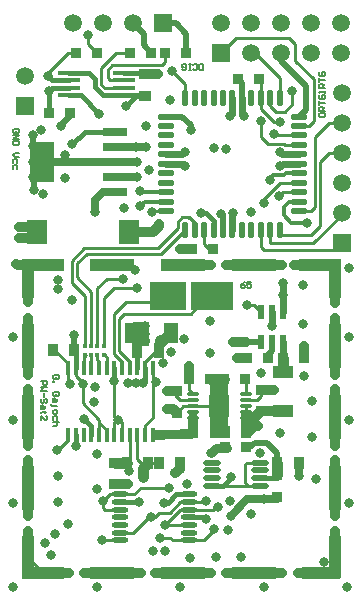
<source format=gtl>
G04 Layer_Physical_Order=1*
G04 Layer_Color=255*
%FSLAX24Y24*%
%MOIN*%
G70*
G01*
G75*
%ADD10R,0.0354X0.0354*%
%ADD11R,0.0453X0.0709*%
%ADD12R,0.0374X0.0394*%
%ADD13O,0.0591X0.0177*%
%ADD14R,0.0354X0.0354*%
%ADD15R,0.0177X0.0177*%
%ADD16R,0.0118X0.0177*%
%ADD17O,0.0157X0.0472*%
%ADD18O,0.0217X0.0571*%
%ADD19O,0.0571X0.0217*%
%ADD20O,0.0768X0.0157*%
%ADD21O,0.0551X0.0177*%
%ADD22R,0.0661X0.0740*%
%ADD23O,0.0433X0.0120*%
%ADD24R,0.0846X0.0276*%
%ADD25R,0.0846X0.1358*%
%ADD26R,0.0709X0.0787*%
%ADD27R,0.0394X0.0374*%
%ADD28R,0.0669X0.0433*%
%ADD29R,0.0244X0.0480*%
%ADD30R,0.0394X0.1496*%
%ADD31R,0.1406X0.0394*%
%ADD32R,0.0394X0.1406*%
%ADD33R,0.0394X0.1276*%
%ADD34R,0.1276X0.0394*%
%ADD35R,0.1496X0.0394*%
%ADD36C,0.0100*%
%ADD37C,0.0200*%
%ADD38C,0.0150*%
%ADD39C,0.0320*%
%ADD40C,0.0120*%
%ADD41C,0.0270*%
%ADD42C,0.0220*%
%ADD43C,0.0250*%
%ADD44C,0.0300*%
%ADD45C,0.0110*%
%ADD46C,0.0160*%
%ADD47C,0.0170*%
%ADD48C,0.0180*%
%ADD49C,0.0350*%
%ADD50C,0.0240*%
%ADD51C,0.0060*%
%ADD52R,0.0410X0.0320*%
%ADD53R,0.0340X0.0130*%
%ADD54R,0.1232X0.0930*%
%ADD55R,0.1443X0.0933*%
%ADD56R,0.0297X0.0250*%
%ADD57R,0.0645X0.0469*%
%ADD58R,0.0570X0.0790*%
%ADD59R,0.0591X0.0591*%
%ADD60C,0.0591*%
%ADD61R,0.0591X0.0591*%
%ADD62C,0.0320*%
D10*
X17638Y27087D02*
D03*
X18346D02*
D03*
X17913Y14803D02*
D03*
X17205D02*
D03*
X16102Y21417D02*
D03*
X16811D02*
D03*
X12954Y27950D02*
D03*
X12246D02*
D03*
X15906Y27953D02*
D03*
X15197D02*
D03*
X12048Y25952D02*
D03*
X11339D02*
D03*
X14754Y27950D02*
D03*
X14046D02*
D03*
X17180Y17087D02*
D03*
X17889D02*
D03*
X16708D02*
D03*
X15999D02*
D03*
X19843Y17795D02*
D03*
X19134D02*
D03*
X17953D02*
D03*
X18661D02*
D03*
D11*
X15413Y18622D02*
D03*
X14114D02*
D03*
D12*
X19666Y14289D02*
D03*
X18957D02*
D03*
X11464Y18040D02*
D03*
X12173D02*
D03*
X17220Y15315D02*
D03*
X17928D02*
D03*
X16865D02*
D03*
X16157D02*
D03*
X14646Y14291D02*
D03*
X13937D02*
D03*
X15000Y17992D02*
D03*
X14291D02*
D03*
X15709Y14291D02*
D03*
X15000D02*
D03*
D13*
X16784Y14293D02*
D03*
Y14037D02*
D03*
Y13781D02*
D03*
Y13525D02*
D03*
X18379Y14293D02*
D03*
Y14037D02*
D03*
Y13781D02*
D03*
Y13525D02*
D03*
D14*
X18952Y13165D02*
D03*
Y13873D02*
D03*
X15608Y15965D02*
D03*
Y16673D02*
D03*
X18401Y16022D02*
D03*
Y16730D02*
D03*
D15*
X12539Y18200D02*
D03*
X13169D02*
D03*
Y17875D02*
D03*
X12539D02*
D03*
D16*
X12949Y18200D02*
D03*
X12759D02*
D03*
Y17875D02*
D03*
X12949D02*
D03*
D17*
X14806Y17452D02*
D03*
X14550D02*
D03*
X14294D02*
D03*
X14039D02*
D03*
X13783D02*
D03*
X13527D02*
D03*
X13271D02*
D03*
X13015D02*
D03*
X12759D02*
D03*
X12503D02*
D03*
X12247D02*
D03*
X11991D02*
D03*
X14806Y15207D02*
D03*
X14550D02*
D03*
X14294D02*
D03*
X14039D02*
D03*
X13783D02*
D03*
X13527D02*
D03*
X13271D02*
D03*
X13015D02*
D03*
X12759D02*
D03*
X12503D02*
D03*
X12247D02*
D03*
X11991D02*
D03*
D18*
X15887Y22053D02*
D03*
X16202D02*
D03*
X16517D02*
D03*
X16832D02*
D03*
X17147D02*
D03*
X17462D02*
D03*
X17777D02*
D03*
X18092D02*
D03*
X18407D02*
D03*
X18722D02*
D03*
X19037D02*
D03*
Y26463D02*
D03*
X18722D02*
D03*
X18407D02*
D03*
X18092D02*
D03*
X17777D02*
D03*
X17462D02*
D03*
X17147D02*
D03*
X16832D02*
D03*
X16517D02*
D03*
X16202D02*
D03*
X15887D02*
D03*
D19*
X19666Y22683D02*
D03*
Y22998D02*
D03*
Y23313D02*
D03*
Y23628D02*
D03*
Y23943D02*
D03*
Y24258D02*
D03*
Y24573D02*
D03*
Y24888D02*
D03*
Y25203D02*
D03*
Y25518D02*
D03*
Y25833D02*
D03*
X15257D02*
D03*
Y25518D02*
D03*
Y25203D02*
D03*
Y24888D02*
D03*
Y24573D02*
D03*
Y24258D02*
D03*
Y23943D02*
D03*
Y23628D02*
D03*
Y23313D02*
D03*
Y22998D02*
D03*
Y22683D02*
D03*
D20*
X13841Y26544D02*
D03*
Y26794D02*
D03*
Y27044D02*
D03*
Y27294D02*
D03*
X12010Y26544D02*
D03*
Y26794D02*
D03*
Y27044D02*
D03*
Y27294D02*
D03*
D21*
X13698Y13238D02*
D03*
Y12982D02*
D03*
Y12726D02*
D03*
Y12470D02*
D03*
Y12215D02*
D03*
Y11959D02*
D03*
Y11703D02*
D03*
X16021Y13238D02*
D03*
Y12982D02*
D03*
Y12726D02*
D03*
Y12470D02*
D03*
Y12215D02*
D03*
Y11959D02*
D03*
Y11703D02*
D03*
D22*
X17018Y16179D02*
D03*
D23*
X16132Y16573D02*
D03*
Y16376D02*
D03*
Y16179D02*
D03*
Y15982D02*
D03*
Y15785D02*
D03*
X17904Y16573D02*
D03*
Y16376D02*
D03*
Y16179D02*
D03*
Y15982D02*
D03*
Y15785D02*
D03*
D24*
X13546Y23311D02*
D03*
Y23813D02*
D03*
Y24315D02*
D03*
Y24827D02*
D03*
Y25329D02*
D03*
D25*
X11105Y24335D02*
D03*
D26*
X10955Y21978D02*
D03*
X14026D02*
D03*
D27*
X14536Y26531D02*
D03*
Y27239D02*
D03*
X13543Y14291D02*
D03*
Y13583D02*
D03*
D28*
X19134Y17303D02*
D03*
Y16004D02*
D03*
D29*
X18406Y18303D02*
D03*
Y19335D02*
D03*
X18780D02*
D03*
Y18303D02*
D03*
X19154Y19335D02*
D03*
Y18303D02*
D03*
D30*
X10630Y13453D02*
D03*
Y15815D02*
D03*
Y18177D02*
D03*
X20870D02*
D03*
Y15815D02*
D03*
Y13453D02*
D03*
D31*
X11136Y10630D02*
D03*
Y20870D02*
D03*
X20364D02*
D03*
D32*
X10630Y11136D02*
D03*
X20870D02*
D03*
D33*
X10630Y20429D02*
D03*
X20870D02*
D03*
D34*
X20429Y10630D02*
D03*
D35*
X18177D02*
D03*
X15815D02*
D03*
X13453D02*
D03*
Y20870D02*
D03*
X15815D02*
D03*
X18177D02*
D03*
D36*
X19550Y27699D02*
X20170Y27079D01*
Y25690D02*
Y27079D01*
X19998Y25518D02*
X20170Y25690D01*
X19666Y25518D02*
X19998D01*
X20200Y25145D02*
X20669Y25614D01*
X20200Y22816D02*
Y25145D01*
X13015Y15633D02*
Y15735D01*
X12480Y16270D02*
X13015Y15735D01*
X12480Y16270D02*
Y16949D01*
X11991Y15055D02*
Y15207D01*
X11610Y14673D02*
X11991Y15055D01*
X11610Y14673D02*
Y14710D01*
X19450Y26250D02*
Y26700D01*
X19200Y26000D02*
X19450Y26250D01*
X18900Y26000D02*
X19200D01*
X18722Y26178D02*
X18900Y26000D01*
X18722Y26178D02*
Y26463D01*
X18063Y27937D02*
X18205D01*
X19037Y27105D01*
X19550Y27699D02*
Y28250D01*
X15450Y27350D02*
X15887Y26913D01*
Y26463D02*
Y26913D01*
X12650Y28254D02*
Y28550D01*
Y28254D02*
X12954Y27950D01*
X11985D02*
X12246D01*
X11326Y27290D02*
X11985Y27950D01*
X13091Y26899D02*
Y27450D01*
X13591Y27950D02*
X14046D01*
X13091Y27450D02*
X13591Y27950D01*
X15197Y27647D02*
Y27953D01*
X15109Y27559D02*
X15197Y27647D01*
X13460Y27559D02*
X15109D01*
X20669Y25614D02*
X21102D01*
X20669Y24614D02*
X21102D01*
Y22559D02*
Y22614D01*
X20148Y21604D02*
X21102Y22559D01*
X20380Y22191D02*
Y24325D01*
X20089Y21900D02*
X20380Y22191D01*
X19055Y21900D02*
X20089D01*
X19037Y26463D02*
Y27105D01*
X18903Y25229D02*
X19640D01*
X18858Y25274D02*
X18903Y25229D01*
X18653Y24929D02*
X19175D01*
X18425Y25157D02*
X18653Y24929D01*
X18858Y25236D02*
Y25274D01*
X18425Y25157D02*
Y25669D01*
X19217Y24888D02*
X19666D01*
X19175Y24929D02*
X19217Y24888D01*
X13015Y15633D02*
X13271Y15377D01*
Y15207D02*
Y15377D01*
X14550Y15541D02*
X14806Y15797D01*
X14550Y15207D02*
Y15541D01*
X16021Y13238D02*
X16087D01*
X17975Y13525D02*
X18379D01*
X17892Y13609D02*
X17975Y13525D01*
X17892Y13609D02*
Y14239D01*
X17945Y14293D01*
X18379D01*
X12247Y17181D02*
Y17452D01*
X11991Y17067D02*
X12059Y17000D01*
Y16920D02*
Y17000D01*
X11991Y17067D02*
Y17452D01*
X12759Y17471D02*
Y17865D01*
X12503Y17809D02*
X12569Y17875D01*
X12503Y17452D02*
Y17809D01*
X13160Y12780D02*
X13214Y12726D01*
X13698D01*
X13377Y13238D02*
X13698D01*
X15716Y12726D02*
X16021D01*
X13112Y11703D02*
X13698D01*
X13527Y15207D02*
Y15642D01*
X11336Y26615D02*
Y26675D01*
X13196Y26794D02*
X13841D01*
X13091Y26899D02*
X13196Y26794D01*
X13366Y27044D02*
X13841D01*
X15211Y12221D02*
X15716Y12726D01*
X15717Y12982D02*
X16021D01*
X15041Y11790D02*
X15391D01*
X15478Y11703D01*
X16021D01*
X14731Y12480D02*
Y12540D01*
Y12480D02*
X14871D01*
X13698Y11959D02*
X14150D01*
X14731Y12540D01*
X13301Y27110D02*
X13366Y27044D01*
X13301Y27110D02*
Y27399D01*
X13460Y27559D01*
X18722Y21623D02*
Y22053D01*
Y21623D02*
X18740Y21604D01*
X18407Y21495D02*
X18514Y21388D01*
X18407Y21495D02*
Y22053D01*
X16517Y21593D02*
Y22053D01*
X14806Y15797D02*
Y16980D01*
X10630Y11136D02*
X11136Y10630D01*
X13783Y15207D02*
Y15650D01*
X11456Y18031D02*
X11464Y18040D01*
X19037Y21918D02*
Y22053D01*
Y21918D02*
X19055Y21900D01*
X11326Y27175D02*
Y27290D01*
X19640Y25229D02*
X19666Y25203D01*
X11464Y18040D02*
X11550D01*
X11991Y17598D01*
Y17452D02*
Y17598D01*
X13271Y17452D02*
Y17802D01*
X13199Y17875D02*
X13271Y17802D01*
X14871Y12480D02*
X15021Y12630D01*
X15365D01*
X15717Y12982D01*
X16021Y11703D02*
X16503D01*
X18510Y22960D02*
Y23084D01*
X13015Y17452D02*
Y17667D01*
X12949Y17734D02*
X13015Y17667D01*
X12949Y17734D02*
Y17875D01*
X13015Y15207D02*
Y15633D01*
X18514Y21388D02*
X20876D01*
X21063Y21575D01*
X18740Y21604D02*
X20148D01*
X19666Y22683D02*
X20067D01*
X20380Y24325D02*
X20669Y24614D01*
X20067Y22683D02*
X20200Y22816D01*
X13160Y12780D02*
Y13020D01*
X13377Y13238D01*
X15217Y12215D02*
X16021D01*
X15211Y12221D02*
X15216Y12216D01*
X15216D01*
X15217Y12215D01*
X15211Y12210D02*
Y12221D01*
X17904Y15982D02*
Y16179D01*
X15822D02*
X16132D01*
X15608Y15965D02*
X15822Y16179D01*
X17904Y16573D02*
Y17111D01*
X17889Y17126D02*
X17904Y17111D01*
X15999Y16706D02*
X16132Y16573D01*
X15999Y16706D02*
Y17087D01*
X14806Y16980D02*
X14899D01*
X14806D02*
Y17452D01*
X14039D02*
Y17654D01*
X13686Y18007D02*
X14039Y17654D01*
X13783Y17452D02*
Y17656D01*
X13506Y17932D02*
X13783Y17656D01*
X14894Y17992D02*
X15000D01*
X14550Y17452D02*
Y17648D01*
X14894Y17992D01*
X16503Y11703D02*
X16850Y12050D01*
X13720Y13240D02*
X14176D01*
X14400Y13465D02*
X15354D01*
X14176Y13240D02*
X14400Y13465D01*
X14039Y14393D02*
Y15207D01*
X14294Y14406D02*
Y15207D01*
Y14406D02*
X14409Y14291D01*
X14646D01*
X16021Y12726D02*
X16797D01*
X16021Y12982D02*
X16526D01*
X16551Y13007D01*
X12283Y20945D02*
X12598Y21260D01*
X12283Y20472D02*
Y20945D01*
X12103Y21019D02*
X12524Y21440D01*
X12103Y20292D02*
Y21019D01*
Y20292D02*
X12539Y19857D01*
Y18200D02*
Y19857D01*
X12283Y20472D02*
X12759Y19997D01*
Y18200D02*
Y19997D01*
X16517Y21593D02*
X16693Y21417D01*
X12949Y18200D02*
Y20114D01*
X19150Y23313D02*
X19666D01*
X19021Y23184D02*
X19150Y23313D01*
X13169Y18200D02*
Y19783D01*
X13504Y20118D01*
X14291D01*
X12949Y20114D02*
X13268Y20433D01*
X13819D01*
X18173Y19567D02*
X18406Y19335D01*
X17953Y19567D02*
X18173D01*
X13686Y19080D02*
X13858Y19252D01*
X16063D01*
X16260Y19449D01*
X13686Y18007D02*
Y19080D01*
X13506Y17932D02*
Y19254D01*
X13898Y19646D01*
X14961D01*
X18407Y26463D02*
Y27026D01*
X18346Y27087D02*
X18407Y27026D01*
X16202Y22053D02*
Y22279D01*
X16012Y22469D02*
X16202Y22279D01*
X16693Y21417D02*
X16811D01*
X12598Y21260D02*
X15094D01*
X15887Y22053D01*
X12524Y21440D02*
X14983D01*
X15649Y22105D01*
Y22329D01*
X15788Y22469D01*
X15986D01*
X15999Y22455D01*
X16012Y22469D01*
X14809Y22683D02*
X15257D01*
X14764Y22638D02*
X14809Y22683D01*
X12247Y15207D02*
X12258Y15196D01*
X12247Y17181D02*
X12480Y16949D01*
X16797Y12726D02*
X16905Y12835D01*
X17138Y13525D02*
X17975D01*
X16850Y12050D02*
Y12076D01*
X16905Y12835D02*
X16968D01*
X16530Y12470D02*
X16590Y12410D01*
X18510Y23084D02*
X19055Y23628D01*
X19666D01*
X17063Y27937D02*
X17576Y28450D01*
X19350D01*
X19550Y28250D01*
X18407Y26093D02*
Y26463D01*
X18850Y25650D02*
X19050D01*
X18407Y26093D02*
X18541Y25959D01*
X18545D01*
X18715Y25789D01*
Y25785D02*
Y25789D01*
Y25785D02*
X18850Y25650D01*
X13527Y15832D02*
X13630Y15729D01*
X13629Y15650D02*
X13783D01*
X13527Y15832D02*
Y17017D01*
D37*
X19063Y27687D02*
X19900Y26850D01*
Y26066D02*
Y26850D01*
X19666Y25833D02*
X19900Y26066D01*
X19063Y27687D02*
Y27937D01*
X15157Y28937D02*
X15563D01*
X15906Y28594D01*
Y27953D02*
Y28594D01*
X14500Y28204D02*
X14754Y27950D01*
X14500Y28204D02*
Y28594D01*
X14157Y28937D02*
X14500Y28594D01*
X12048Y25847D02*
Y25952D01*
X15257Y25833D02*
X15791D01*
X16073Y25374D02*
Y25551D01*
X15791Y25833D02*
X16073Y25551D01*
X10817Y24622D02*
Y25207D01*
Y24622D02*
X11105Y24335D01*
X10806Y24035D02*
X11105Y24335D01*
X10806Y24035D02*
X10856Y23985D01*
Y23386D02*
Y23985D01*
X17138Y22062D02*
X17147Y22053D01*
X17138Y22062D02*
Y22524D01*
X17068Y22594D02*
X17138Y22524D01*
X11750Y25520D02*
Y25549D01*
X12048Y25847D01*
X10768Y22165D02*
X10955Y21978D01*
X18213Y14961D02*
X18616D01*
X18957Y14620D01*
Y14289D02*
Y14620D01*
X17913Y14803D02*
X18055D01*
X18213Y14961D01*
X17913Y18307D02*
X18402D01*
X18406Y18303D01*
X18780Y18016D02*
Y18307D01*
X18661Y17898D02*
X18780Y18016D01*
X18661Y17795D02*
Y17898D01*
X12173Y18040D02*
Y18536D01*
X12165Y18543D02*
X12173Y18536D01*
X17638Y27087D02*
X17777Y26948D01*
Y26463D02*
Y26948D01*
D38*
X12520Y15760D02*
X12759Y15521D01*
Y15207D02*
Y15521D01*
X12247Y14853D02*
X12250Y14850D01*
X12247Y14853D02*
Y15207D01*
X13841Y26544D02*
X14542D01*
X17402Y13789D02*
Y13819D01*
X17138Y13525D02*
X17402Y13789D01*
X16784Y13525D02*
X17138D01*
X12247Y17452D02*
Y17965D01*
X12128Y24905D02*
X12552Y25329D01*
X12010Y27294D02*
X12666D01*
X13136Y26544D02*
X13841D01*
X11455Y26794D02*
X12010D01*
X11336Y26675D02*
X11455Y26794D01*
X11456Y27044D02*
X12010D01*
X11326Y27175D02*
X11456Y27044D01*
X14261Y26531D02*
X14536D01*
X13841Y27294D02*
X14481D01*
X11339Y25952D02*
Y26671D01*
X11336Y26675D02*
X11339Y26671D01*
X12552Y25329D02*
X13546D01*
X13926Y26195D02*
X14261Y26531D01*
X12864Y26816D02*
X13136Y26544D01*
X12864Y26816D02*
Y27096D01*
X12666Y27294D02*
X12864Y27096D01*
X16408Y22614D02*
X16579D01*
X16832Y22361D01*
Y22053D02*
Y22361D01*
X14550Y17031D02*
Y17452D01*
X14488Y16968D02*
X14550Y17031D01*
D39*
X10630Y13453D02*
Y14400D01*
X11059Y20866D02*
X11063Y20870D01*
X11136D01*
X12943D02*
X13453D01*
X13486D01*
X18177D02*
X19124D01*
X20429Y10630D02*
X20591D01*
X11073D02*
X11136D01*
X10630Y20429D02*
Y20591D01*
Y11063D02*
Y11136D01*
X14536Y27239D02*
X14991D01*
X14994Y27242D01*
X10354Y21772D02*
X10748D01*
X10955Y21978D01*
X10354Y22165D02*
X10768D01*
X20870Y18177D02*
Y19124D01*
Y17230D02*
Y18177D01*
Y15815D02*
Y16762D01*
Y14868D02*
Y15815D01*
Y13453D02*
Y14400D01*
Y12506D02*
Y13453D01*
X20876Y19604D02*
Y20551D01*
X19506Y20876D02*
X20453D01*
X10630Y12506D02*
Y13453D01*
Y15815D02*
Y16762D01*
Y14868D02*
Y15815D01*
Y18177D02*
Y19124D01*
Y17230D02*
Y18177D01*
Y19644D02*
Y20429D01*
X10311Y20870D02*
X11063D01*
X10256Y20925D02*
X10311Y20870D01*
X20866Y11059D02*
Y12006D01*
X19644Y10630D02*
X20429D01*
X18177D02*
X19124D01*
X17230D02*
X18177D01*
X15815D02*
X16762D01*
X14868D02*
X15815D01*
X10630Y11136D02*
Y12010D01*
X11136Y10630D02*
X12020D01*
X13453D02*
X14400D01*
X12506D02*
X13453D01*
X17904Y15654D02*
Y15785D01*
X16132Y15340D02*
Y15785D01*
Y15340D02*
X16157Y15315D01*
X16078Y15236D02*
X16157Y15315D01*
X15763Y15236D02*
X16078D01*
X18177Y15512D02*
X18322D01*
X17928Y15315D02*
Y15761D01*
X17904Y15785D02*
X17928Y15761D01*
Y15315D02*
X17980D01*
X18177Y15512D01*
X15470Y16102D02*
X15608Y15965D01*
X15290Y16102D02*
X15470D01*
X15999Y17087D02*
Y17520D01*
X15999Y17520D02*
X15999Y17520D01*
X15000Y17992D02*
Y18209D01*
X15413Y18622D01*
X13543Y13583D02*
X13976D01*
X15709Y14094D02*
Y14291D01*
X15551Y13937D02*
X15709Y14094D01*
X18164Y15785D02*
X18401Y16022D01*
X19116D01*
X19134Y16004D01*
X17904Y15785D02*
X18164D01*
X17928Y15761D02*
X18177Y15512D01*
X17598Y17795D02*
X17953D01*
X19843D02*
Y18189D01*
X18401Y16730D02*
X18856D01*
X18858Y16732D01*
X17480Y18307D02*
X17913D01*
X17480Y18307D02*
X17480Y18307D01*
X14026Y21978D02*
X14813D01*
X15709Y21417D02*
X16063D01*
X14813Y21978D02*
X15010Y22175D01*
Y22250D01*
X17230Y20870D02*
X18177D01*
X15815D02*
X16762D01*
X15290Y16673D02*
X15608D01*
X14291Y17992D02*
Y18445D01*
X14114Y18622D02*
X14291Y18445D01*
X14396Y18340D01*
X14416Y18360D01*
X14540D01*
D40*
X19163Y22549D02*
X19429Y22283D01*
X19961D01*
X15608Y16469D02*
Y16673D01*
Y16469D02*
X15701Y16376D01*
X14390Y22854D02*
X14534Y22998D01*
X15257D01*
X14413Y23313D02*
X15257D01*
X14370Y23356D02*
X14413Y23313D01*
X19347Y22998D02*
X19666D01*
X19163Y22815D02*
X19347Y22998D01*
X19163Y22549D02*
Y22815D01*
X18720Y23710D02*
X18820D01*
X19243Y23943D02*
X19666D01*
X19180Y23879D02*
X19243Y23943D01*
X18740Y23790D02*
X18820Y23710D01*
X18740Y23790D02*
X18829Y23879D01*
X19180D01*
D41*
X14236Y24827D02*
X14561D01*
X13546D02*
X14236D01*
X14561D02*
X14567Y24833D01*
X13546Y23813D02*
X14287D01*
X14288Y23815D01*
X13145Y23311D02*
X13546D01*
X12888Y23055D02*
X13145Y23311D01*
X12888Y22645D02*
Y23055D01*
X14236Y24827D02*
X14238Y24825D01*
X13546Y24315D02*
X14289D01*
X11124D02*
X13546D01*
D42*
X17462Y22598D02*
X17478Y22614D01*
X17462Y22053D02*
Y22598D01*
X15802Y24258D02*
X15868Y24192D01*
X15257Y24258D02*
X15802D01*
X15257Y24573D02*
X15789D01*
X15868Y24652D01*
X17777Y25930D02*
X17855Y25852D01*
X17777Y25930D02*
Y26463D01*
X17462Y25918D02*
Y26463D01*
X17395Y25852D02*
X17462Y25918D01*
X19055Y24179D02*
X19134Y24258D01*
X19666D01*
X19122Y24573D02*
X19666D01*
X19055Y24639D02*
X19122Y24573D01*
D43*
X19666Y13845D02*
Y14289D01*
X17402Y12520D02*
X17961Y13079D01*
X18946D01*
D44*
X16742Y14629D02*
X16912Y14799D01*
X15157Y15236D02*
X15763D01*
X16912Y14799D02*
X17267D01*
D45*
X15701Y16376D02*
X16132D01*
Y15785D02*
Y15982D01*
Y16179D02*
X17018D01*
X18268Y16376D02*
X18401Y16509D01*
Y16730D01*
X17904Y16376D02*
X18268D01*
D46*
X12010Y26544D02*
X12396D01*
X13016Y25925D01*
X14294Y17452D02*
Y18015D01*
X13527Y17017D02*
Y17452D01*
D47*
X13698Y12982D02*
X14349D01*
X16021Y12470D02*
X16530D01*
X15588Y13238D02*
X16021D01*
X15301Y12960D02*
X15310D01*
X15588Y13238D01*
X18379Y13781D02*
X18952D01*
D48*
X14349Y12982D02*
X14351Y12980D01*
D49*
X16708Y17087D02*
X17180D01*
X13543Y14291D02*
X13937D01*
X14488Y13819D02*
Y14134D01*
X14646Y14291D01*
X18952Y13873D02*
Y14283D01*
X18957Y14289D01*
X19134Y17303D02*
Y17795D01*
D50*
X18780Y18858D02*
Y19335D01*
X18780Y18858D02*
X18780Y18858D01*
X19154Y19335D02*
Y19882D01*
Y20295D01*
Y17815D02*
Y18303D01*
X19134Y17795D02*
X19154Y17815D01*
D51*
X11080Y17020D02*
X11280D01*
Y16920D01*
X11247Y16887D01*
X11180D01*
X11147Y16920D01*
Y17020D01*
X11280Y16820D02*
X11080D01*
X11147Y16753D01*
X11080Y16687D01*
X11280D01*
X11180Y16620D02*
Y16487D01*
X11247Y16287D02*
X11280Y16320D01*
Y16387D01*
X11247Y16420D01*
X11213D01*
X11180Y16387D01*
Y16320D01*
X11147Y16287D01*
X11113D01*
X11080Y16320D01*
Y16387D01*
X11113Y16420D01*
X11213Y16187D02*
Y16120D01*
X11180Y16087D01*
X11080D01*
Y16187D01*
X11113Y16220D01*
X11147Y16187D01*
Y16087D01*
X11247Y15987D02*
X11213D01*
Y16020D01*
Y15954D01*
Y15987D01*
X11113D01*
X11080Y15954D01*
Y15720D02*
Y15854D01*
X11213Y15720D01*
X11247D01*
X11280Y15754D01*
Y15820D01*
X11247Y15854D01*
X11637Y17077D02*
X11670Y17110D01*
Y17177D01*
X11637Y17210D01*
X11503D01*
X11470Y17177D01*
Y17110D01*
X11503Y17077D01*
X11570D01*
Y17143D01*
X11470Y17010D02*
X11503D01*
Y16977D01*
X11470D01*
Y17010D01*
X11637Y16510D02*
X11670Y16544D01*
Y16610D01*
X11637Y16644D01*
X11503D01*
X11470Y16610D01*
Y16544D01*
X11503Y16510D01*
X11570D01*
Y16577D01*
X11603Y16410D02*
Y16344D01*
X11570Y16310D01*
X11470D01*
Y16410D01*
X11503Y16444D01*
X11537Y16410D01*
Y16310D01*
X11403Y16244D02*
Y16210D01*
X11437Y16177D01*
X11603D01*
X11470Y16010D02*
Y15944D01*
X11503Y15910D01*
X11570D01*
X11603Y15944D01*
Y16010D01*
X11570Y16044D01*
X11503D01*
X11470Y16010D01*
X11603Y15710D02*
Y15810D01*
X11570Y15844D01*
X11503D01*
X11470Y15810D01*
Y15710D01*
X11670Y15644D02*
X11470D01*
X11570D01*
X11603Y15611D01*
Y15544D01*
X11570Y15511D01*
X11470D01*
X17893Y20310D02*
X17827Y20277D01*
X17760Y20210D01*
Y20143D01*
X17793Y20110D01*
X17860D01*
X17893Y20143D01*
Y20177D01*
X17860Y20210D01*
X17760D01*
X18093Y20310D02*
X17960D01*
Y20210D01*
X18027Y20243D01*
X18060D01*
X18093Y20210D01*
Y20143D01*
X18060Y20110D01*
X17993D01*
X17960Y20143D01*
X20393Y25810D02*
X20360Y25843D01*
Y25910D01*
X20393Y25943D01*
X20527D01*
X20560Y25910D01*
Y25843D01*
X20527Y25810D01*
X20393D01*
X20560Y26010D02*
X20360D01*
Y26110D01*
X20393Y26143D01*
X20460D01*
X20493Y26110D01*
Y26010D01*
Y26077D02*
X20560Y26143D01*
X20360Y26210D02*
Y26343D01*
Y26277D01*
X20560D01*
X20393Y26543D02*
X20360Y26510D01*
Y26443D01*
X20393Y26410D01*
X20527D01*
X20560Y26443D01*
Y26510D01*
X20527Y26543D01*
X20460D01*
Y26476D01*
X20560Y26610D02*
Y26676D01*
Y26643D01*
X20360D01*
X20393Y26610D01*
X20560Y26776D02*
X20360D01*
Y26876D01*
X20393Y26910D01*
X20460D01*
X20493Y26876D01*
Y26776D01*
Y26843D02*
X20560Y26910D01*
X20360Y26976D02*
Y27110D01*
Y27043D01*
X20560D01*
X20393Y27310D02*
X20360Y27276D01*
Y27210D01*
X20393Y27176D01*
X20527D01*
X20560Y27210D01*
Y27276D01*
X20527Y27310D01*
X20460D01*
Y27243D01*
X10297Y25287D02*
X10330Y25320D01*
Y25387D01*
X10297Y25420D01*
X10163D01*
X10130Y25387D01*
Y25320D01*
X10163Y25287D01*
X10230D01*
Y25353D01*
X10130Y25220D02*
X10330D01*
X10130Y25087D01*
X10330D01*
Y25020D02*
X10130D01*
Y24920D01*
X10163Y24887D01*
X10297D01*
X10330Y24920D01*
Y25020D01*
Y24620D02*
X10197D01*
X10130Y24554D01*
X10197Y24487D01*
X10330D01*
X10263Y24287D02*
Y24387D01*
X10230Y24420D01*
X10163D01*
X10130Y24387D01*
Y24287D01*
X10263Y24087D02*
Y24187D01*
X10230Y24220D01*
X10163D01*
X10130Y24187D01*
Y24087D01*
X16490Y27380D02*
Y27580D01*
X16390D01*
X16357Y27547D01*
Y27413D01*
X16390Y27380D01*
X16490D01*
X16157Y27413D02*
X16190Y27380D01*
X16257D01*
X16290Y27413D01*
Y27547D01*
X16257Y27580D01*
X16190D01*
X16157Y27547D01*
X16090Y27380D02*
X16023D01*
X16057D01*
Y27580D01*
X16090D01*
X16023D01*
X15790Y27413D02*
X15824Y27380D01*
X15890D01*
X15924Y27413D01*
Y27547D01*
X15890Y27580D01*
X15824D01*
X15790Y27547D01*
Y27480D01*
X15857D01*
D52*
X15004Y15230D02*
D03*
D53*
X17898Y15894D02*
D03*
D54*
X15324Y19865D02*
D03*
D55*
X16768Y19854D02*
D03*
D56*
X16148Y15834D02*
D03*
D57*
X17015Y15668D02*
D03*
X17020Y16691D02*
D03*
D58*
X14415Y18575D02*
D03*
D59*
X10551Y26181D02*
D03*
X21102Y21614D02*
D03*
D60*
X10551Y27181D02*
D03*
X14157Y28937D02*
D03*
X13157D02*
D03*
X12157D02*
D03*
X17063D02*
D03*
X18063Y27937D02*
D03*
Y28937D02*
D03*
X19063Y27937D02*
D03*
Y28937D02*
D03*
X20063Y27937D02*
D03*
Y28937D02*
D03*
X21063Y27937D02*
D03*
Y28937D02*
D03*
X21102Y22614D02*
D03*
Y23614D02*
D03*
Y24614D02*
D03*
Y25614D02*
D03*
Y26614D02*
D03*
D61*
X15157Y28937D02*
D03*
X17063Y27937D02*
D03*
D62*
X12940Y14570D02*
D03*
X14670Y24060D02*
D03*
X12520Y15760D02*
D03*
X12860Y16320D02*
D03*
X12870Y16820D02*
D03*
X11650Y13840D02*
D03*
X11660Y12990D02*
D03*
X11980Y12260D02*
D03*
X16060Y11120D02*
D03*
X16920Y11140D02*
D03*
X17740Y11150D02*
D03*
X18070Y12580D02*
D03*
X17370Y13020D02*
D03*
X20510Y10990D02*
D03*
X20240Y13750D02*
D03*
X19060Y15280D02*
D03*
X20100Y15150D02*
D03*
Y16350D02*
D03*
X18420Y17270D02*
D03*
X19830Y17200D02*
D03*
X19800Y18920D02*
D03*
X19810Y20210D02*
D03*
X16720Y17940D02*
D03*
Y19030D02*
D03*
X11610Y14710D02*
D03*
X10630Y14400D02*
D03*
X12250Y14850D02*
D03*
X19450Y26700D02*
D03*
X19050Y25650D02*
D03*
X15450Y27350D02*
D03*
X12650Y28550D02*
D03*
X19961Y22283D02*
D03*
X18858Y25236D02*
D03*
X18425Y25669D02*
D03*
X14567Y24833D02*
D03*
X19124Y20870D02*
D03*
X16408Y22614D02*
D03*
X17478D02*
D03*
X19666Y13845D02*
D03*
X18522Y13079D02*
D03*
X16742Y14629D02*
D03*
X17402Y13819D02*
D03*
X12059Y16920D02*
D03*
X13112Y11703D02*
D03*
X14288Y23815D02*
D03*
X12888Y22645D02*
D03*
X12128Y24905D02*
D03*
X14238Y24825D02*
D03*
X14289Y24315D02*
D03*
X11336Y26675D02*
D03*
X11326Y27175D02*
D03*
X13926Y26195D02*
D03*
X13016Y25925D02*
D03*
X17068Y22594D02*
D03*
X15868Y24192D02*
D03*
Y24652D02*
D03*
X17855Y25852D02*
D03*
X17395D02*
D03*
X19055Y24179D02*
D03*
X15041Y11790D02*
D03*
X15211Y12210D02*
D03*
X14351Y12980D02*
D03*
X15191Y12960D02*
D03*
X14731Y12480D02*
D03*
X14994Y27242D02*
D03*
X17254Y24754D02*
D03*
X11063Y25374D02*
D03*
X11142Y23258D02*
D03*
X13858Y22776D02*
D03*
X19055Y24639D02*
D03*
X14390Y22854D02*
D03*
X14370Y23356D02*
D03*
X16073Y25374D02*
D03*
X15394Y26378D02*
D03*
X10817Y25207D02*
D03*
X10856Y23386D02*
D03*
X13630Y15729D02*
D03*
X12480Y16919D02*
D03*
X11750Y25520D02*
D03*
X16830Y24780D02*
D03*
X18720Y23710D02*
D03*
X18510Y22960D02*
D03*
X13160Y13020D02*
D03*
X21277Y10160D02*
D03*
X10160Y10167D02*
D03*
X18071Y22638D02*
D03*
X14567Y25512D02*
D03*
X10827Y24843D02*
D03*
Y24331D02*
D03*
Y23819D02*
D03*
X11890Y23780D02*
D03*
Y24567D02*
D03*
X10354Y21772D02*
D03*
Y22165D02*
D03*
X21336Y18500D02*
D03*
X20870Y17230D02*
D03*
Y19124D02*
D03*
Y16762D02*
D03*
X21336Y15723D02*
D03*
X20870Y14868D02*
D03*
Y14400D02*
D03*
X21336Y12945D02*
D03*
X20870Y12506D02*
D03*
X14200Y20730D02*
D03*
X20876Y19604D02*
D03*
X19506Y20876D02*
D03*
X10160Y12945D02*
D03*
X10630Y12506D02*
D03*
Y16762D02*
D03*
X10160Y15723D02*
D03*
X10630Y14868D02*
D03*
Y19124D02*
D03*
X10160Y18500D02*
D03*
X10630Y17230D02*
D03*
X10256Y20925D02*
D03*
X10630Y19644D02*
D03*
X20866Y12006D02*
D03*
X19644Y10630D02*
D03*
X19124D02*
D03*
X18500Y10160D02*
D03*
X17230Y10630D02*
D03*
X16762D02*
D03*
X14868D02*
D03*
X15723Y10160D02*
D03*
X10630Y12010D02*
D03*
X12020Y10630D02*
D03*
X14400D02*
D03*
X12506D02*
D03*
X12945Y10160D02*
D03*
X15763Y15236D02*
D03*
X18322Y15512D02*
D03*
X15290Y16673D02*
D03*
Y16102D02*
D03*
X15999Y17520D02*
D03*
X17023Y16378D02*
D03*
X17015Y16071D02*
D03*
X14899Y16980D02*
D03*
X14488Y16968D02*
D03*
X15354Y13465D02*
D03*
X14488Y13819D02*
D03*
X11417Y11220D02*
D03*
X11220Y11614D02*
D03*
X11535Y11929D02*
D03*
X14803Y11339D02*
D03*
X12953Y13425D02*
D03*
X13976Y13583D02*
D03*
X14016Y14016D02*
D03*
X15551Y13937D02*
D03*
X17402Y12520D02*
D03*
X18371Y14621D02*
D03*
X17598Y17795D02*
D03*
X18780Y18858D02*
D03*
X19154Y20295D02*
D03*
Y19882D02*
D03*
X19843Y18189D02*
D03*
X18858Y16732D02*
D03*
X19021Y23184D02*
D03*
X14291Y20118D02*
D03*
X13819Y20433D02*
D03*
X17953Y19567D02*
D03*
X17480Y18307D02*
D03*
X12165Y18543D02*
D03*
X11654Y20394D02*
D03*
X11654Y20079D02*
D03*
X12126Y19724D02*
D03*
X15709Y21417D02*
D03*
X14764Y22638D02*
D03*
X15010Y22250D02*
D03*
X21336Y20800D02*
D03*
X15932Y13578D02*
D03*
X16575Y13031D02*
D03*
X17323Y12037D02*
D03*
X16850Y12076D02*
D03*
X16968Y12835D02*
D03*
X16590Y12410D02*
D03*
X15200Y11350D02*
D03*
X17230Y20870D02*
D03*
X16762D02*
D03*
X13527Y17017D02*
D03*
X14230Y16960D02*
D03*
X13990D02*
D03*
X15420Y18000D02*
D03*
X15850Y18430D02*
D03*
X15140Y17620D02*
D03*
X15040Y18390D02*
D03*
X14540Y18360D02*
D03*
Y18600D02*
D03*
Y18840D02*
D03*
M02*

</source>
